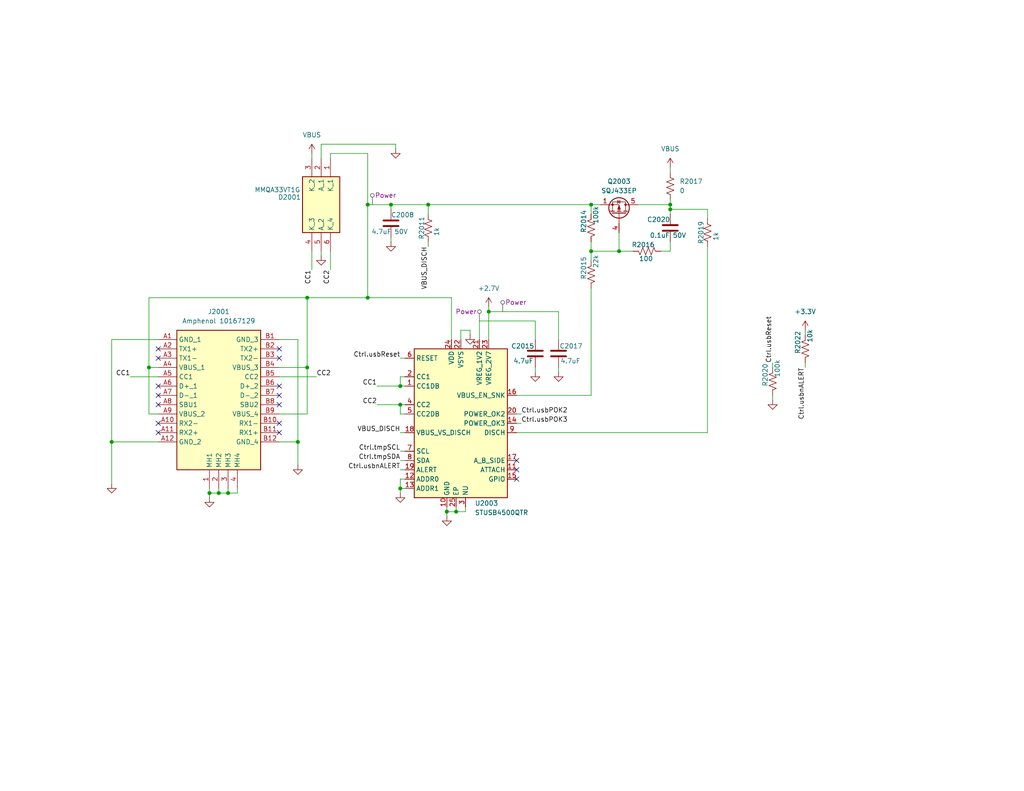
<source format=kicad_sch>
(kicad_sch (version 20250114) (generator "eeschema") (generator_version "9.0")
  (paper "USLetter")
  (title_block (title "USB-PD") (date "2025-10-28") (company "WB7NAB") (comment 1 "Alan Mimms"))
  (lib_symbols
    (symbol "Device:C" (pin_numbers (hide yes)) (pin_names (offset 0.254))
      (property "Reference" "C" (at 0.635 2.54 0))
      (property "Value" "C" (at 0.635 -2.54 0))
      (symbol "C_0_1"
        (polyline (pts (xy -2.032 0.762) (xy 2.032 0.762)) (stroke (width 0.508)))
        (polyline (pts (xy -2.032 -0.762) (xy 2.032 -0.762)) (stroke (width 0.508)))
      )
      (symbol "C_1_1"
        (pin passive line (at 0 3.81 270) (length 2.794) (name "~") (number "1"))
        (pin passive line (at 0 -3.81 90) (length 2.794) (name "~") (number "2"))
      )
    )
    (symbol "Device:R_US" (pin_numbers (hide yes)) (pin_names (offset 0))
      (property "Reference" "R" (at 2.54 0 90))
      (property "Value" "R_US" (at -2.54 0 90))
      (symbol "R_US_0_1"
        (polyline (pts (xy 0 2.286) (xy 0 2.54)))
        (polyline (pts (xy 0 2.286) (xy 1.016 1.905) (xy 0 1.524) (xy -1.016 1.143) (xy 0 0.762)))
        (polyline (pts (xy 0 0.762) (xy 1.016 0.381) (xy 0 0) (xy -1.016 -0.381) (xy 0 -0.762)))
        (polyline (pts (xy 0 -0.762) (xy 1.016 -1.143) (xy 0 -1.524) (xy -1.016 -1.905) (xy 0 -2.286)))
        (polyline (pts (xy 0 -2.286) (xy 0 -2.54)))
      )
      (symbol "R_US_1_1"
        (pin passive line (at 0 3.81 270) (length 1.27) (name "~") (number "1"))
        (pin passive line (at 0 -3.81 90) (length 1.27) (name "~") (number "2"))
      )
    )
    (symbol "Interface_USB:STUSB4500QTR"
      (property "Reference" "U1703" (at 3.81 -21.844 0))
      (property "Value" "STUSB4500QTR" (at 3.81 -24.384 0))
      (symbol "STUSB4500QTR_0_1"
        (rectangle (start -12.7 20.32) (end 12.7 -20.32) (stroke (width 0.254)) (fill (type background)))
      )
      (symbol "STUSB4500QTR_1_1"
        (pin input line (at -15.24 17.78 0) (length 2.54) (name "RESET") (number "6"))
        (pin bidirectional line (at -15.24 12.7 0) (length 2.54) (name "CC1") (number "2"))
        (pin bidirectional line (at -15.24 10.16 0) (length 2.54) (name "CC1DB") (number "1"))
        (pin bidirectional line (at -15.24 5.08 0) (length 2.54) (name "CC2") (number "4"))
        (pin bidirectional line (at -15.24 2.54 0) (length 2.54) (name "CC2DB") (number "5"))
        (pin input line (at -15.24 -2.54 0) (length 2.54) (name "VBUS_VS_DISCH") (number "18"))
        (pin input line (at -15.24 -7.62 0) (length 2.54) (name "SCL") (number "7"))
        (pin bidirectional line (at -15.24 -10.16 0) (length 2.54) (name "SDA") (number "8"))
        (pin open_collector line (at -15.24 -12.7 0) (length 2.54) (name "ALERT") (number "19"))
        (pin input line (at -15.24 -15.24 0) (length 2.54) (name "ADDR0") (number "12"))
        (pin input line (at -15.24 -17.78 0) (length 2.54) (name "ADDR1") (number "13"))
        (pin no_connect line (at -12.7 15.24 0) (length 2.54) (hide yes) (name "NC") (number "3"))
        (pin power_in line (at -3.81 -22.86 90) (length 2.54) (name "GND") (number "10"))
        (pin passive line (at -3.81 -22.86 90) (length 2.54) (hide yes) (name "GND") (number "25"))
        (pin power_in line (at -2.54 22.86 270) (length 2.54) (name "VDD") (number "24"))
        (pin power_in line (at -1.27 -22.86 90) (length 2.54) (name "EP") (number "25"))
        (pin power_in line (at 0 22.86 270) (length 2.54) (name "VSYS") (number "22"))
        (pin power_in line (at 1.27 -22.86 90) (length 2.54) (name "NU") (number "3"))
        (pin power_out line (at 5.08 22.86 270) (length 2.54) (name "VREG_1V2") (number "21"))
        (pin power_out line (at 7.62 22.86 270) (length 2.54) (name "VREG_2V7") (number "23"))
        (pin open_collector line (at 15.24 7.62 180) (length 2.54) (name "VBUS_EN_SNK") (number "16"))
        (pin open_collector line (at 15.24 2.54 180) (length 2.54) (name "POWER_OK2") (number "20"))
        (pin open_collector line (at 15.24 0 180) (length 2.54) (name "POWER_OK3") (number "14"))
        (pin bidirectional line (at 15.24 -2.54 180) (length 2.54) (name "DISCH") (number "9"))
        (pin open_collector line (at 15.24 -10.16 180) (length 2.54) (name "A_B_SIDE") (number "17"))
        (pin open_collector line (at 15.24 -12.7 180) (length 2.54) (name "ATTACH") (number "11"))
        (pin open_collector line (at 15.24 -15.24 180) (length 2.54) (name "GPIO") (number "15"))
      )
    )
    (symbol "Library:USB-C-3.2g2"
      (property "Reference" "J" (at 0 20.828 0))
      (property "Value" "Amphenol 10167129" (at 0 0 0))
      (symbol "USB-C-3.2g2_1_1"
        (rectangle (start -11.43 19.05) (end 11.43 -19.05) (stroke (width 0.254)) (fill (type background)))
        (pin passive line (at -16.51 16.51 0) (length 5.08) (name "GND_1") (number "A1"))
        (pin passive line (at -16.51 13.97 0) (length 5.08) (name "TX1+") (number "A2"))
        (pin passive line (at -16.51 11.43 0) (length 5.08) (name "TX1-") (number "A3"))
        (pin passive line (at -16.51 8.89 0) (length 5.08) (name "VBUS_1") (number "A4"))
        (pin passive line (at -16.51 6.35 0) (length 5.08) (name "CC1") (number "A5"))
        (pin passive line (at -16.51 3.81 0) (length 5.08) (name "D+_1") (number "A6"))
        (pin passive line (at -16.51 1.27 0) (length 5.08) (name "D-_1") (number "A7"))
        (pin passive line (at -16.51 -1.27 0) (length 5.08) (name "SBU1") (number "A8"))
        (pin passive line (at -16.51 -3.81 0) (length 5.08) (name "VBUS_2") (number "A9"))
        (pin passive line (at -16.51 -6.35 0) (length 5.08) (name "RX2-") (number "A10"))
        (pin passive line (at -16.51 -8.89 0) (length 5.08) (name "RX2+") (number "A11"))
        (pin passive line (at -16.51 -11.43 0) (length 5.08) (name "GND_2") (number "A12"))
        (pin passive line (at -2.54 -24.13 90) (length 5.08) (name "MH1") (number "1"))
        (pin passive line (at 0 -24.13 90) (length 5.08) (name "MH2") (number "2"))
        (pin passive line (at 2.54 -24.13 90) (length 5.08) (name "MH3") (number "3"))
        (pin passive line (at 5.08 -24.13 90) (length 5.08) (name "MH4") (number "4"))
        (pin passive line (at 16.51 16.51 180) (length 5.08) (name "GND_3") (number "B1"))
        (pin passive line (at 16.51 13.97 180) (length 5.08) (name "TX2+") (number "B2"))
        (pin passive line (at 16.51 11.43 180) (length 5.08) (name "TX2-") (number "B3"))
        (pin passive line (at 16.51 8.89 180) (length 5.08) (name "VBUS_3") (number "B4"))
        (pin passive line (at 16.51 6.35 180) (length 5.08) (name "CC2") (number "B5"))
        (pin passive line (at 16.51 3.81 180) (length 5.08) (name "D+_2") (number "B6"))
        (pin passive line (at 16.51 1.27 180) (length 5.08) (name "D-_2") (number "B7"))
        (pin passive line (at 16.51 -1.27 180) (length 5.08) (name "SBU2") (number "B8"))
        (pin passive line (at 16.51 -3.81 180) (length 5.08) (name "VBUS_4") (number "B9"))
        (pin passive line (at 16.51 -6.35 180) (length 5.08) (name "RX1-") (number "B10"))
        (pin passive line (at 16.51 -8.89 180) (length 5.08) (name "RX1+") (number "B11"))
        (pin passive line (at 16.51 -11.43 180) (length 5.08) (name "GND_4") (number "B12"))
      )
    )
    (symbol "MMQA33VT1G:MMQA33VT1G"
      (property "Reference" "D" (at 21.59 7.62 0))
      (property "Value" "MMQA33VT1G" (at 21.59 5.08 0))
      (symbol "MMQA33VT1G_1_1"
        (rectangle (start 5.08 2.54) (end 20.32 -7.62) (stroke (width 0.254)) (fill (type background)))
        (pin passive line (at 0 0 0) (length 5.08) (name "K_1") (number "1"))
        (pin passive line (at 0 -2.54 0) (length 5.08) (name "A_1") (number "2"))
        (pin passive line (at 0 -5.08 0) (length 5.08) (name "K_2") (number "3"))
        (pin passive line (at 25.4 0 180) (length 5.08) (name "K_4") (number "6"))
        (pin passive line (at 25.4 -2.54 180) (length 5.08) (name "A_2") (number "5"))
        (pin passive line (at 25.4 -5.08 180) (length 5.08) (name "K_3") (number "4"))
      )
    )
    (symbol "Transistor_FET:Si7617DN" (pin_names (hide yes))
      (property "Reference" "Q" (at 5.08 1.905 0))
      (property "Value" "Si7617DN" (at 5.08 0 0))
      (symbol "Si7617DN_0_1"
        (polyline (pts (xy 0.254 1.905) (xy 0.254 -1.905)) (stroke (width 0.254)))
        (polyline (pts (xy 0.254 0) (xy -2.54 0)))
        (polyline (pts (xy 0.762 2.286) (xy 0.762 1.27)) (stroke (width 0.254)))
        (polyline (pts (xy 0.762 1.778) (xy 3.302 1.778) (xy 3.302 -1.778) (xy 0.762 -1.778)))
        (polyline (pts (xy 0.762 0.508) (xy 0.762 -0.508)) (stroke (width 0.254)))
        (polyline (pts (xy 0.762 -1.27) (xy 0.762 -2.286)) (stroke (width 0.254)))
        (circle (center 1.651 0) (radius 2.794) (stroke (width 0.254)))
        (polyline (pts (xy 2.286 0) (xy 1.27 0.381) (xy 1.27 -0.381) (xy 2.286 0)) (fill (type outline)))
        (polyline (pts (xy 2.54 2.54) (xy 2.54 1.778)))
        (circle (center 2.54 1.778) (radius 0.254) (fill (type outline)))
        (circle (center 2.54 -1.778) (radius 0.254) (fill (type outline)))
        (polyline (pts (xy 2.54 -2.54) (xy 2.54 0) (xy 0.762 0)))
        (polyline (pts (xy 2.794 -0.508) (xy 2.921 -0.381) (xy 3.683 -0.381) (xy 3.81 -0.254)))
        (polyline (pts (xy 3.302 -0.381) (xy 2.921 0.254) (xy 3.683 0.254) (xy 3.302 -0.381)))
      )
      (symbol "Si7617DN_1_1"
        (pin input line (at -5.08 0 0) (length 2.54) (name "G") (number "4"))
        (pin passive line (at 2.54 5.08 270) (length 2.54) (name "D") (number "5"))
        (pin passive line (at 2.54 -5.08 90) (length 2.54) (name "S") (number "1"))
        (pin passive line (at 2.54 -5.08 90) (length 2.54) (hide yes) (name "S") (number "2"))
        (pin passive line (at 2.54 -5.08 90) (length 2.54) (hide yes) (name "S") (number "3"))
      )
    )
    (symbol "power:+10V" (power) (pin_numbers (hide yes)) (pin_names (offset 0) (hide yes))
      (property "Value" "+10V" (at 0 3.556 0))
      (symbol "+10V_0_1"
        (polyline (pts (xy -0.762 1.27) (xy 0 2.54)))
        (polyline (pts (xy 0 2.54) (xy 0.762 1.27)))
        (polyline (pts (xy 0 0) (xy 0 2.54)))
      )
      (symbol "+10V_1_1"
        (pin power_in line (at 0 0 90) (length 0) (name "~") (number "1"))
      )
    )
    (symbol "power:+3.3V" (power) (pin_numbers (hide yes)) (pin_names (offset 0) (hide yes))
      (property "Value" "+3.3V" (at 0 3.556 0))
      (symbol "+3.3V_0_1"
        (polyline (pts (xy -0.762 1.27) (xy 0 2.54)))
        (polyline (pts (xy 0 2.54) (xy 0.762 1.27)))
        (polyline (pts (xy 0 0) (xy 0 2.54)))
      )
      (symbol "+3.3V_1_1"
        (pin power_in line (at 0 0 90) (length 0) (name "~") (number "1"))
      )
    )
    (symbol "power:GND" (power) (pin_numbers (hide yes)) (pin_names (offset 0) (hide yes))
      (property "Value" "GND" (at 0 -3.81 0))
      (symbol "GND_0_1"
        (polyline (pts (xy 0 0) (xy 0 -1.27) (xy 1.27 -1.27) (xy 0 -2.54) (xy -1.27 -1.27) (xy 0 -1.27)))
      )
      (symbol "GND_1_1"
        (pin power_in line (at 0 0 270) (length 0) (name "~") (number "1"))
      )
    )
    (symbol "power:VBUS" (power) (pin_numbers (hide yes)) (pin_names (offset 0) (hide yes))
      (property "Value" "VBUS" (at 0 3.556 0))
      (symbol "VBUS_0_1"
        (polyline (pts (xy -0.762 1.27) (xy 0 2.54)))
        (polyline (pts (xy 0 2.54) (xy 0.762 1.27)))
        (polyline (pts (xy 0 0) (xy 0 2.54)))
      )
      (symbol "VBUS_1_1"
        (pin power_in line (at 0 0 90) (length 0) (name "~") (number "1"))
      )
    )
  )
  (junction (at 62.23 134.62))
  (junction (at 83.82 100.33))
  (junction (at 109.22 105.41))
  (junction (at 109.22 110.49))
  (junction (at 168.91 68.58))
  (junction (at 124.46 139.7))
  (junction (at 59.69 134.62))
  (junction (at 106.68 55.88))
  (junction (at 100.33 55.88))
  (junction (at 182.88 57.15))
  (junction (at 83.82 81.28))
  (junction (at 40.64 100.33))
  (junction (at 81.28 120.65))
  (junction (at 161.29 68.58))
  (junction (at 161.29 55.88))
  (junction (at 109.22 133.35))
  (junction (at 182.88 55.88))
  (junction (at 121.92 139.7))
  (junction (at 133.35 85.09))
  (junction (at 57.15 134.62))
  (junction (at 30.48 120.65))
  (junction (at 116.84 55.88))
  (junction (at 100.33 81.28))
  (no_connect (at 43.18 95.25))
  (no_connect (at 43.18 107.95))
  (no_connect (at 140.97 130.81))
  (no_connect (at 43.18 105.41))
  (no_connect (at 43.18 97.79))
  (no_connect (at 76.2 115.57))
  (no_connect (at 140.97 128.27))
  (no_connect (at 76.2 105.41))
  (no_connect (at 43.18 118.11))
  (no_connect (at 76.2 97.79))
  (no_connect (at 43.18 110.49))
  (no_connect (at 76.2 107.95))
  (no_connect (at 140.97 125.73))
  (no_connect (at 43.18 115.57))
  (no_connect (at 76.2 110.49))
  (no_connect (at 76.2 95.25))
  (no_connect (at 76.2 118.11))
  (wire (pts (xy 109.22 133.35) (xy 110.49 133.35)))
  (wire (pts (xy 116.84 58.42) (xy 116.84 55.88)))
  (wire (pts (xy 109.22 113.03) (xy 109.22 110.49)))
  (wire (pts (xy 140.97 115.57) (xy 142.24 115.57)))
  (wire (pts (xy 168.91 68.58) (xy 172.72 68.58)))
  (wire (pts (xy 123.19 92.71) (xy 123.19 81.28)))
  (wire (pts (xy 40.64 81.28) (xy 40.64 100.33)))
  (wire (pts (xy 106.68 57.15) (xy 106.68 55.88)))
  (wire (pts (xy 152.4 92.71) (xy 152.4 85.09)))
  (wire (pts (xy 100.33 55.88) (xy 106.68 55.88)))
  (wire (pts (xy 100.33 55.88) (xy 100.33 81.28)))
  (wire (pts (xy 152.4 100.33) (xy 152.4 101.6)))
  (wire (pts (xy 85.09 41.91) (xy 85.09 43.18)))
  (wire (pts (xy 57.15 134.62) (xy 57.15 135.89)))
  (wire (pts (xy 161.29 58.42) (xy 161.29 55.88)))
  (wire (pts (xy 127 139.7) (xy 124.46 139.7)))
  (wire (pts (xy 182.88 68.58) (xy 180.34 68.58)))
  (wire (pts (xy 133.35 83.82) (xy 133.35 85.09)))
  (wire (pts (xy 121.92 138.43) (xy 121.92 139.7)))
  (wire (pts (xy 130.81 87.63) (xy 130.81 92.71)))
  (wire (pts (xy 83.82 100.33) (xy 83.82 113.03)))
  (wire (pts (xy 76.2 92.71) (xy 81.28 92.71)))
  (wire (pts (xy 87.63 43.18) (xy 87.63 39.37)))
  (wire (pts (xy 210.82 107.95) (xy 210.82 109.22)))
  (wire (pts (xy 81.28 92.71) (xy 81.28 120.65)))
  (wire (pts (xy 30.48 92.71) (xy 43.18 92.71)))
  (wire (pts (xy 109.22 130.81) (xy 109.22 133.35)))
  (wire (pts (xy 90.17 41.91) (xy 100.33 41.91)))
  (wire (pts (xy 62.23 134.62) (xy 59.69 134.62)))
  (wire (pts (xy 76.2 102.87) (xy 86.36 102.87)))
  (wire (pts (xy 161.29 66.04) (xy 161.29 68.58)))
  (wire (pts (xy 40.64 100.33) (xy 43.18 100.33)))
  (wire (pts (xy 90.17 41.91) (xy 90.17 43.18)))
  (wire (pts (xy 90.17 68.58) (xy 90.17 73.66)))
  (wire (pts (xy 100.33 41.91) (xy 100.33 55.88)))
  (wire (pts (xy 87.63 69.85) (xy 87.63 68.58)))
  (wire (pts (xy 109.22 110.49) (xy 110.49 110.49)))
  (wire (pts (xy 121.92 139.7) (xy 121.92 140.97)))
  (wire (pts (xy 59.69 134.62) (xy 57.15 134.62)))
  (wire (pts (xy 107.95 39.37) (xy 107.95 40.64)))
  (wire (pts (xy 182.88 55.88) (xy 182.88 57.15)))
  (wire (pts (xy 193.04 59.69) (xy 193.04 57.15)))
  (wire (pts (xy 161.29 68.58) (xy 168.91 68.58)))
  (wire (pts (xy 62.23 133.35) (xy 62.23 134.62)))
  (wire (pts (xy 109.22 97.79) (xy 110.49 97.79)))
  (wire (pts (xy 109.22 133.35) (xy 109.22 134.62)))
  (wire (pts (xy 161.29 55.88) (xy 163.83 55.88)))
  (wire (pts (xy 130.81 87.63) (xy 146.05 87.63)))
  (wire (pts (xy 193.04 57.15) (xy 182.88 57.15)))
  (wire (pts (xy 161.29 78.74) (xy 161.29 107.95)))
  (wire (pts (xy 40.64 100.33) (xy 40.64 113.03)))
  (wire (pts (xy 59.69 133.35) (xy 59.69 134.62)))
  (wire (pts (xy 30.48 92.71) (xy 30.48 120.65)))
  (wire (pts (xy 109.22 123.19) (xy 110.49 123.19)))
  (wire (pts (xy 85.09 68.58) (xy 85.09 73.66)))
  (wire (pts (xy 40.64 113.03) (xy 43.18 113.03)))
  (wire (pts (xy 182.88 66.04) (xy 182.88 68.58)))
  (wire (pts (xy 152.4 85.09) (xy 133.35 85.09)))
  (wire (pts (xy 106.68 55.88) (xy 116.84 55.88)))
  (wire (pts (xy 140.97 113.03) (xy 142.24 113.03)))
  (wire (pts (xy 182.88 54.61) (xy 182.88 55.88)))
  (wire (pts (xy 182.88 45.72) (xy 182.88 46.99)))
  (wire (pts (xy 57.15 133.35) (xy 57.15 134.62)))
  (wire (pts (xy 109.22 105.41) (xy 109.22 102.87)))
  (wire (pts (xy 102.87 110.49) (xy 109.22 110.49)))
  (wire (pts (xy 30.48 120.65) (xy 43.18 120.65)))
  (wire (pts (xy 109.22 125.73) (xy 110.49 125.73)))
  (wire (pts (xy 140.97 107.95) (xy 161.29 107.95)))
  (wire (pts (xy 116.84 55.88) (xy 161.29 55.88)))
  (wire (pts (xy 110.49 130.81) (xy 109.22 130.81)))
  (wire (pts (xy 219.71 100.33) (xy 219.71 99.06)))
  (wire (pts (xy 193.04 118.11) (xy 193.04 67.31)))
  (wire (pts (xy 116.84 66.04) (xy 116.84 67.31)))
  (wire (pts (xy 109.22 128.27) (xy 110.49 128.27)))
  (wire (pts (xy 140.97 118.11) (xy 193.04 118.11)))
  (wire (pts (xy 173.99 55.88) (xy 182.88 55.88)))
  (wire (pts (xy 125.73 92.71) (xy 125.73 90.17)))
  (wire (pts (xy 110.49 105.41) (xy 109.22 105.41)))
  (wire (pts (xy 30.48 120.65) (xy 30.48 132.08)))
  (wire (pts (xy 83.82 81.28) (xy 100.33 81.28)))
  (wire (pts (xy 123.19 81.28) (xy 100.33 81.28)))
  (wire (pts (xy 87.63 39.37) (xy 107.95 39.37)))
  (wire (pts (xy 81.28 120.65) (xy 81.28 127)))
  (wire (pts (xy 124.46 138.43) (xy 124.46 139.7)))
  (wire (pts (xy 76.2 120.65) (xy 81.28 120.65)))
  (wire (pts (xy 76.2 113.03) (xy 83.82 113.03)))
  (wire (pts (xy 182.88 57.15) (xy 182.88 58.42)))
  (wire (pts (xy 83.82 81.28) (xy 83.82 100.33)))
  (wire (pts (xy 64.77 134.62) (xy 62.23 134.62)))
  (wire (pts (xy 102.87 105.41) (xy 109.22 105.41)))
  (wire (pts (xy 146.05 100.33) (xy 146.05 101.6)))
  (wire (pts (xy 125.73 90.17) (xy 128.27 90.17)))
  (wire (pts (xy 168.91 63.5) (xy 168.91 68.58)))
  (wire (pts (xy 110.49 113.03) (xy 109.22 113.03)))
  (wire (pts (xy 106.68 64.77) (xy 106.68 66.04)))
  (wire (pts (xy 161.29 68.58) (xy 161.29 71.12)))
  (wire (pts (xy 219.71 90.17) (xy 219.71 91.44)))
  (wire (pts (xy 40.64 81.28) (xy 83.82 81.28)))
  (wire (pts (xy 76.2 100.33) (xy 83.82 100.33)))
  (wire (pts (xy 133.35 85.09) (xy 133.35 92.71)))
  (wire (pts (xy 128.27 90.17) (xy 128.27 91.44)))
  (wire (pts (xy 121.92 139.7) (xy 124.46 139.7)))
  (wire (pts (xy 109.22 102.87) (xy 110.49 102.87)))
  (wire (pts (xy 127 138.43) (xy 127 139.7)))
  (wire (pts (xy 146.05 92.71) (xy 146.05 87.63)))
  (wire (pts (xy 64.77 133.35) (xy 64.77 134.62)))
  (wire (pts (xy 35.56 102.87) (xy 43.18 102.87)))
  (wire (pts (xy 109.22 118.11) (xy 110.49 118.11)))
  (wire (pts (xy 210.82 99.06) (xy 210.82 100.33)))
  (label "Ctrl.usbPOK3" (at 142.24 115.57 0))
  (label "CC2" (at 90.17 73.66 270))
  (label "CC1" (at 102.87 105.41 180))
  (label "VBUS_DISCH" (at 109.22 118.11 180))
  (label "Ctrl.tmpSCL" (at 109.22 123.19 180))
  (label "Ctrl.usbReset" (at 109.22 97.79 180))
  (label "CC2" (at 102.87 110.49 180))
  (label "CC1" (at 85.09 73.66 270))
  (label "Ctrl.usbReset" (at 210.82 99.06 90))
  (label "Ctrl.usbnALERT" (at 219.71 100.33 270))
  (label "CC1" (at 35.56 102.87 180))
  (label "Ctrl.usbPOK2" (at 142.24 113.03 0))
  (label "CC2" (at 86.36 102.87 0))
  (label "VBUS_DISCH" (at 116.84 67.31 270))
  (label "Ctrl.tmpSDA" (at 109.22 125.73 180))
  (label "Ctrl.usbnALERT" (at 109.22 128.27 180))
  (netclass_flag "" (length 2.54) (shape round) (at 137.16 85.09 0) (property "Netclass" "Power" (at 137.8585 82.55 0) (effects (justify left))))
  (netclass_flag "" (length 2.54) (shape round) (at 130.81 87.63 0) (property "Netclass" "Power" (at 130.1115 85.09 0) (effects (justify right))))
  (netclass_flag "" (length 2.54) (shape round) (at 101.6 55.88 0) (property "Netclass" "Power" (at 102.2985 53.34 0) (effects (justify left))))
  (symbol (lib_id "power:VBUS") (at 85.09 41.91 0) (unit 1)
    (property "Reference" "#PWR02014" (effects (hide yes)))
    (property "Value" "VBUS" (at 85.09 36.83 0))
    (property "Description" "Power symbol creates a global label with name \"VBUS\"" (effects (hide yes)))
  )
  (symbol (lib_id "MMQA33VT1G:MMQA33VT1G") (at 90.17 43.18 270) (unit 1)
    (property "Reference" "D2001" (at 78.994 53.848 90))
    (property "Value" "MMQA33VT1G" (at 75.692 51.816 90))
    (property "Footprint" "Package_TO_SOT_SMD:SC-74-6_1.55x2.9mm_P0.95mm" (effects (hide yes)))
    (property "Datasheet" "https://www.onsemi.com/pub/Collateral/MMQA-D.PDF" (effects (hide yes)))
    (property "Description" "Small Package Size for High Density Applications; FINISH:Corrosion Resistant Finish, Easily Solderable; Package Designed for Optimal Automated Board Assembly; Available in 8 mm Tape and Reel Use the Device Number to order the 7 inch/3,000 unit reel. Replace with \"T3\" in the Device Number to order the 13 inch/10,000 unit reel.; Low Leakage < 2.0 mA; SC-59 Package Allows Four Separate Unidirectional Configurations; CASE:Void Free, Transfer-Molded, Thermosetting Plastic Case; Peak Power - Min. 24 W @ 1.0 ms (U" (effects (hide yes)))
    (property "Height" "1.1" (effects (hide yes)))
    (property "Mouser Part Number" "863-MMQA33VT1G" (effects (hide yes)))
    (property "Mouser Price/Stock" "https://www.mouser.co.uk/ProductDetail/onsemi/MMQA33VT1G?qs=P4IOph%252Bbot%2FOrzJ1FLWRHw%3D%3D" (effects (hide yes)))
    (property "Manufacturer_Name" "onsemi" (effects (hide yes)))
    (property "Manufacturer_Part_Number" "MMQA33VT1G" (effects (hide yes)))
  )
  (symbol (lib_id "power:GND") (at 87.63 69.85 0) (unit 1)
    (property "Reference" "#PWR02015" (effects (hide yes)))
    (property "Value" "GND" (effects (hide yes)))
    (property "Description" "Power symbol creates a global label with name \"GND\" , ground" (effects (hide yes)))
  )
  (symbol (lib_id "power:GND") (at 57.15 135.89 0) (unit 1)
    (property "Reference" "#PWR02008" (effects (hide yes)))
    (property "Value" "GND" (effects (hide yes)))
    (property "Description" "Power symbol creates a global label with name \"GND\" , ground" (effects (hide yes)))
  )
  (symbol (lib_id "Device:C") (at 152.4 96.52 0) (unit 1)
    (property "Reference" "C2017" (at 152.654 94.488 0) (effects (justify left)))
    (property "Value" "4.7uF" (at 152.908 98.552 0) (effects (justify left)))
    (property "Footprint" "Capacitor_SMD:C_0805_2012Metric" (effects (hide yes)))
    (property "Description" "Unpolarized capacitor" (effects (hide yes)))
  )
  (symbol (lib_id "power:+10V") (at 133.35 83.82 0) (unit 1)
    (property "Reference" "#PWR02026" (effects (hide yes)))
    (property "Value" "+2.7V" (at 133.35 78.74 0))
    (property "Description" "Power symbol creates a global label with name \"+10V\"" (effects (hide yes)))
  )
  (symbol (lib_id "Device:R_US") (at 161.29 62.23 0) (mirror y) (unit 1)
    (property "Reference" "R2014" (at 159.258 60.452 90))
    (property "Value" "100k" (at 162.56 58.674 90))
    (property "Footprint" "Resistor_SMD:R_0603_1608Metric" (effects (hide yes)))
    (property "Description" "Resistor, US symbol" (effects (hide yes)))
  )
  (symbol (lib_id "Device:R_US") (at 161.29 74.93 0) (mirror y) (unit 1)
    (property "Reference" "R2015" (at 159.258 73.152 90))
    (property "Value" "22k" (at 162.56 71.374 90))
    (property "Footprint" "Resistor_SMD:R_0603_1608Metric" (effects (hide yes)))
    (property "Description" "Resistor, US symbol" (effects (hide yes)))
  )
  (symbol (lib_id "power:GND") (at 30.48 132.08 0) (unit 1)
    (property "Reference" "#PWR02004" (effects (hide yes)))
    (property "Value" "GND" (effects (hide yes)))
    (property "Description" "Power symbol creates a global label with name \"GND\" , ground" (effects (hide yes)))
  )
  (symbol (lib_id "power:GND") (at 121.92 140.97 0) (unit 1)
    (property "Reference" "#PWR02023" (effects (hide yes)))
    (property "Value" "GND" (effects (hide yes)))
    (property "Description" "Power symbol creates a global label with name \"GND\" , ground" (effects (hide yes)))
  )
  (symbol (lib_id "Transistor_FET:Si7617DN") (at 168.91 58.42 270) (mirror x) (unit 1)
    (property "Reference" "Q2003" (at 168.91 49.53 90))
    (property "Value" "SQJ433EP" (at 168.91 52.07 90))
    (property "Footprint" "Package_SO:PowerPAK_SO-8L_Single" (effects (hide yes)))
    (property "Datasheet" "https://www.vishay.com/doc?62917" (effects (hide yes)))
    (property "Description" "MOSFETs P-CHANNEL 40-V (D-S) 175C MOSFET" (effects (hide yes)))
  )
  (symbol (lib_id "power:GND") (at 107.95 40.64 0) (unit 1)
    (property "Reference" "#PWR02019" (effects (hide yes)))
    (property "Value" "GND" (effects (hide yes)))
    (property "Description" "Power symbol creates a global label with name \"GND\" , ground" (effects (hide yes)))
  )
  (symbol (lib_id "power:+3.3V") (at 219.71 90.17 0) (unit 1)
    (property "Reference" "#PWR02036" (effects (hide yes)))
    (property "Value" "+3.3V" (at 219.71 85.09 0))
    (property "Description" "Power symbol creates a global label with name \"+3.3V\"" (effects (hide yes)))
  )
  (symbol (lib_id "Device:R_US") (at 193.04 63.5 0) (unit 1)
    (property "Reference" "R2019" (at 191.262 63.5 90))
    (property "Value" "1k" (at 195.326 64.516 90))
    (property "Footprint" "Resistor_SMD:R_0603_1608Metric" (effects (hide yes)))
    (property "Description" "Resistor, US symbol" (effects (hide yes)))
  )
  (symbol (lib_id "power:VBUS") (at 182.88 45.72 0) (unit 1)
    (property "Reference" "#PWR02032" (effects (hide yes)))
    (property "Value" "VBUS" (at 182.88 40.64 0))
    (property "Description" "Power symbol creates a global label with name \"VBUS\"" (effects (hide yes)))
  )
  (symbol (lib_id "power:GND") (at 109.22 134.62 0) (unit 1)
    (property "Reference" "#PWR02021" (effects (hide yes)))
    (property "Value" "GND" (effects (hide yes)))
    (property "Description" "Power symbol creates a global label with name \"GND\" , ground" (effects (hide yes)))
  )
  (symbol (lib_id "power:GND") (at 81.28 127 0) (unit 1)
    (property "Reference" "#PWR02012" (effects (hide yes)))
    (property "Value" "GND" (effects (hide yes)))
    (property "Description" "Power symbol creates a global label with name \"GND\" , ground" (effects (hide yes)))
  )
  (symbol (lib_id "power:GND") (at 106.68 66.04 0) (unit 1)
    (property "Reference" "#PWR02018" (effects (hide yes)))
    (property "Value" "GND" (effects (hide yes)))
    (property "Description" "Power symbol creates a global label with name \"GND\" , ground" (effects (hide yes)))
  )
  (symbol (lib_id "power:GND") (at 146.05 101.6 0) (unit 1)
    (property "Reference" "#PWR02029" (effects (hide yes)))
    (property "Value" "GND" (effects (hide yes)))
    (property "Description" "Power symbol creates a global label with name \"GND\" , ground" (effects (hide yes)))
  )
  (symbol (lib_id "Device:R_US") (at 182.88 50.8 0) (unit 1)
    (property "Reference" "R2017" (at 185.42 49.5299 0) (effects (justify left)))
    (property "Value" "0" (at 185.42 52.0699 0) (effects (justify left)))
    (property "Footprint" "Resistor_SMD:R_1206_3216Metric" (effects (hide yes)))
    (property "Description" "Resistor, US symbol" (effects (hide yes)))
  )
  (symbol (lib_id "power:GND") (at 128.27 91.44 0) (unit 1)
    (property "Reference" "#PWR02024" (effects (hide yes)))
    (property "Value" "GND" (effects (hide yes)))
    (property "Description" "Power symbol creates a global label with name \"GND\" , ground" (effects (hide yes)))
  )
  (symbol (lib_id "Device:R_US") (at 116.84 62.23 0) (unit 1)
    (property "Reference" "R2011" (at 115.062 62.23 90))
    (property "Value" "1k" (at 119.126 63.246 90))
    (property "Footprint" "Resistor_SMD:R_0603_1608Metric" (effects (hide yes)))
    (property "Description" "Resistor, US symbol" (effects (hide yes)))
  )
  (symbol (lib_id "Device:R_US") (at 176.53 68.58 90) (mirror x) (unit 1)
    (property "Reference" "R2016" (at 175.514 66.802 90))
    (property "Value" "100" (at 176.276 70.612 90))
    (property "Footprint" "Resistor_SMD:R_0603_1608Metric" (effects (hide yes)))
    (property "Description" "Resistor, US symbol" (effects (hide yes)))
  )
  (symbol (lib_id "power:GND") (at 152.4 101.6 0) (unit 1)
    (property "Reference" "#PWR02031" (effects (hide yes)))
    (property "Value" "GND" (effects (hide yes)))
    (property "Description" "Power symbol creates a global label with name \"GND\" , ground" (effects (hide yes)))
  )
  (symbol (lib_id "Library:USB-C-3.2g2") (at 59.69 109.22 0) (unit 1)
    (property "Reference" "J2001" (at 59.69 85.09 0))
    (property "Value" "Amphenol 10167129" (at 59.69 87.63 0))
    (property "Footprint" "Library:1016712900011LF" (effects (hide yes)))
    (property "Datasheet" "https://cdn.amphenol-cs.com/media/wysiwyg/files/drawing/10167129.pdf" (effects (hide yes)))
    (property "Description" "USB Connectors USB TYPE C Upright 24pin Gold Flash" (effects (hide yes)))
    (property "Height" "10.23" (effects (hide yes)))
    (property "Manufacturer_Name" "Amphenol Communications Solutions" (effects (hide yes)))
    (property "Manufacturer_Part_Number" "10167129-00011LF" (effects (hide yes)))
  )
  (symbol (lib_id "Device:C") (at 146.05 96.52 0) (mirror y) (unit 1)
    (property "Reference" "C2015" (at 145.796 94.488 0) (effects (justify left)))
    (property "Value" "4.7uF" (at 145.542 98.552 0) (effects (justify left)))
    (property "Footprint" "Capacitor_SMD:C_0805_2012Metric" (effects (hide yes)))
    (property "Description" "Unpolarized capacitor" (effects (hide yes)))
  )
  (symbol (lib_id "Device:C") (at 106.68 60.96 0) (unit 1)
    (property "Reference" "C2008" (at 106.68 58.674 0) (effects (justify left)))
    (property "Value" "4.7uF 50V" (at 101.346 63.246 0) (effects (justify left)))
    (property "Footprint" "Capacitor_SMD:C_1206_3216Metric" (effects (hide yes)))
    (property "Description" "Unpolarized capacitor" (effects (hide yes)))
  )
  (symbol (lib_id "power:GND") (at 210.82 109.22 0) (unit 1)
    (property "Reference" "#PWR02035" (effects (hide yes)))
    (property "Value" "GND" (effects (hide yes)))
    (property "Description" "Power symbol creates a global label with name \"GND\" , ground" (effects (hide yes)))
  )
  (symbol (lib_id "Device:R_US") (at 210.82 104.14 0) (mirror y) (unit 1)
    (property "Reference" "R2020" (at 208.788 102.362 90))
    (property "Value" "100k" (at 212.09 100.584 90))
    (property "Footprint" "Resistor_SMD:R_0603_1608Metric" (effects (hide yes)))
    (property "Description" "Resistor, US symbol" (effects (hide yes)))
  )
  (symbol (lib_id "Device:R_US") (at 219.71 95.25 0) (mirror y) (unit 1)
    (property "Reference" "R2022" (at 217.678 93.472 90))
    (property "Value" "10k" (at 220.98 91.694 90))
    (property "Footprint" "Resistor_SMD:R_0603_1608Metric" (effects (hide yes)))
    (property "Description" "Resistor, US symbol" (effects (hide yes)))
  )
  (symbol (lib_id "Interface_USB:STUSB4500QTR") (at 125.73 115.57 0) (unit 1)
    (property "Reference" "U2003" (at 129.54 137.414 0) (effects (justify left)))
    (property "Value" "STUSB4500QTR" (at 129.54 139.954 0) (effects (justify left)))
    (property "Footprint" "Package_DFN_QFN:QFN-24-1EP_4x4mm_P0.5mm_EP2.7x2.7mm" (effects (hide yes)))
    (property "Datasheet" "https://www.st.com/resource/en/datasheet/stusb4500.pdf" (effects (hide yes)))
    (property "Description" "Stand-alone USB PD controller (with sink Auto-run mode), QFN-24" (effects (hide yes)))
  )
  (symbol (lib_id "Device:C") (at 182.88 62.23 0) (unit 1)
    (property "Reference" "C2020" (at 176.53 59.944 0) (effects (justify left)))
    (property "Value" "0.1uF 50V" (at 177.292 64.262 0) (effects (justify left)))
    (property "Footprint" "Capacitor_SMD:C_1206_3216Metric" (effects (hide yes)))
    (property "Description" "Unpolarized capacitor" (effects (hide yes)))
  )
)
</source>
